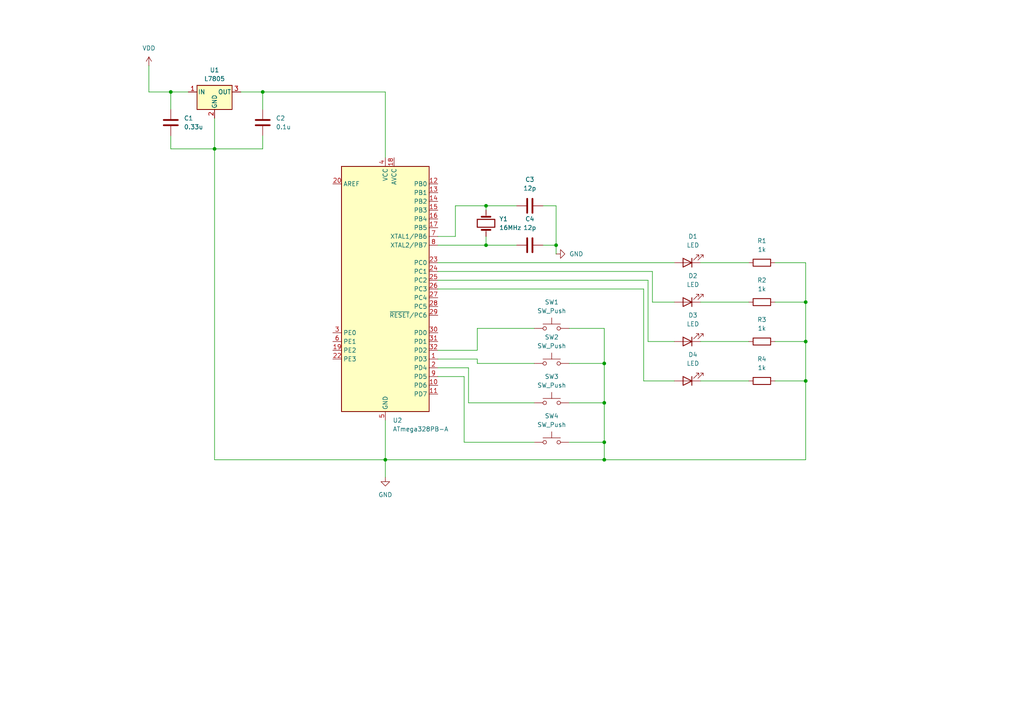
<source format=kicad_sch>
(kicad_sch (version 20250114) (generator "eeschema") (generator_version "9.0")
  (paper "A4")
  (lib_symbols
    (symbol "Device:C" (pin_numbers (hide yes)) (pin_names (offset 0.254))
      (property "Reference" "C" (at 0.635 2.54 0))
      (property "Value" "C" (at 0.635 -2.54 0))
      (symbol "C_0_1"
        (polyline (pts (xy -2.032 0.762) (xy 2.032 0.762)) (stroke (width 0.508)))
        (polyline (pts (xy -2.032 -0.762) (xy 2.032 -0.762)) (stroke (width 0.508)))
      )
      (symbol "C_1_1"
        (pin passive line (at 0 3.81 270) (length 2.794) (name "~") (number "1"))
        (pin passive line (at 0 -3.81 90) (length 2.794) (name "~") (number "2"))
      )
    )
    (symbol "Device:Crystal" (pin_numbers (hide yes)) (pin_names (offset 1.016) (hide yes))
      (property "Reference" "Y" (at 0 3.81 0))
      (property "Value" "Crystal" (at 0 -3.81 0))
      (symbol "Crystal_0_1"
        (polyline (pts (xy -2.54 0) (xy -1.905 0)))
        (polyline (pts (xy -1.905 -1.27) (xy -1.905 1.27)) (stroke (width 0.508)))
        (rectangle (start -1.143 2.54) (end 1.143 -2.54) (stroke (width 0.3048)))
        (polyline (pts (xy 1.905 -1.27) (xy 1.905 1.27)) (stroke (width 0.508)))
        (polyline (pts (xy 2.54 0) (xy 1.905 0)))
      )
      (symbol "Crystal_1_1"
        (pin passive line (at -3.81 0 0) (length 1.27) (name "1") (number "1"))
        (pin passive line (at 3.81 0 180) (length 1.27) (name "2") (number "2"))
      )
    )
    (symbol "Device:LED" (pin_numbers (hide yes)) (pin_names (offset 1.016) (hide yes))
      (property "Reference" "D" (at 0 2.54 0))
      (property "Value" "LED" (at 0 -2.54 0))
      (symbol "LED_0_1"
        (polyline (pts (xy -3.048 -0.762) (xy -4.572 -2.286) (xy -3.81 -2.286) (xy -4.572 -2.286) (xy -4.572 -1.524)))
        (polyline (pts (xy -1.778 -0.762) (xy -3.302 -2.286) (xy -2.54 -2.286) (xy -3.302 -2.286) (xy -3.302 -1.524)))
        (polyline (pts (xy -1.27 0) (xy 1.27 0)))
        (polyline (pts (xy -1.27 -1.27) (xy -1.27 1.27)) (stroke (width 0.254)))
        (polyline (pts (xy 1.27 -1.27) (xy 1.27 1.27) (xy -1.27 0) (xy 1.27 -1.27)) (stroke (width 0.254)))
      )
      (symbol "LED_1_1"
        (pin passive line (at -3.81 0 0) (length 2.54) (name "K") (number "1"))
        (pin passive line (at 3.81 0 180) (length 2.54) (name "A") (number "2"))
      )
    )
    (symbol "Device:R" (pin_numbers (hide yes)) (pin_names (offset 0))
      (property "Reference" "R" (at 2.032 0 90))
      (property "Value" "R" (at 0 0 90))
      (symbol "R_0_1"
        (rectangle (start -1.016 -2.54) (end 1.016 2.54) (stroke (width 0.254)))
      )
      (symbol "R_1_1"
        (pin passive line (at 0 3.81 270) (length 1.27) (name "~") (number "1"))
        (pin passive line (at 0 -3.81 90) (length 1.27) (name "~") (number "2"))
      )
    )
    (symbol "MCU_Microchip_ATmega:ATmega328PB-A"
      (property "Reference" "U" (at -12.7 36.83 0))
      (property "Value" "ATmega328PB-A" (at 2.54 -36.83 0))
      (symbol "ATmega328PB-A_0_1"
        (rectangle (start -12.7 -35.56) (end 12.7 35.56) (stroke (width 0.254)) (fill (type background)))
      )
      (symbol "ATmega328PB-A_1_1"
        (pin passive line (at -15.24 30.48 0) (length 2.54) (name "AREF") (number "20"))
        (pin bidirectional line (at -15.24 -12.7 0) (length 2.54) (name "PE0") (number "3"))
        (pin bidirectional line (at -15.24 -15.24 0) (length 2.54) (name "PE1") (number "6"))
        (pin bidirectional line (at -15.24 -17.78 0) (length 2.54) (name "PE2") (number "19"))
        (pin bidirectional line (at -15.24 -20.32 0) (length 2.54) (name "PE3") (number "22"))
        (pin power_in line (at 0 38.1 270) (length 2.54) (name "VCC") (number "4"))
        (pin passive line (at 0 -38.1 90) (length 2.54) (hide yes) (name "GND") (number "21"))
        (pin power_in line (at 0 -38.1 90) (length 2.54) (name "GND") (number "5"))
        (pin power_in line (at 2.54 38.1 270) (length 2.54) (name "AVCC") (number "18"))
        (pin bidirectional line (at 15.24 30.48 180) (length 2.54) (name "PB0") (number "12"))
        (pin bidirectional line (at 15.24 27.94 180) (length 2.54) (name "PB1") (number "13"))
        (pin bidirectional line (at 15.24 25.4 180) (length 2.54) (name "PB2") (number "14"))
        (pin bidirectional line (at 15.24 22.86 180) (length 2.54) (name "PB3") (number "15"))
        (pin bidirectional line (at 15.24 20.32 180) (length 2.54) (name "PB4") (number "16"))
        (pin bidirectional line (at 15.24 17.78 180) (length 2.54) (name "PB5") (number "17"))
        (pin bidirectional line (at 15.24 15.24 180) (length 2.54) (name "XTAL1/PB6") (number "7"))
        (pin bidirectional line (at 15.24 12.7 180) (length 2.54) (name "XTAL2/PB7") (number "8"))
        (pin bidirectional line (at 15.24 7.62 180) (length 2.54) (name "PC0") (number "23"))
        (pin bidirectional line (at 15.24 5.08 180) (length 2.54) (name "PC1") (number "24"))
        (pin bidirectional line (at 15.24 2.54 180) (length 2.54) (name "PC2") (number "25"))
        (pin bidirectional line (at 15.24 0 180) (length 2.54) (name "PC3") (number "26"))
        (pin bidirectional line (at 15.24 -2.54 180) (length 2.54) (name "PC4") (number "27"))
        (pin bidirectional line (at 15.24 -5.08 180) (length 2.54) (name "PC5") (number "28"))
        (pin bidirectional line (at 15.24 -7.62 180) (length 2.54) (name "~{RESET}/PC6") (number "29"))
        (pin bidirectional line (at 15.24 -12.7 180) (length 2.54) (name "PD0") (number "30"))
        (pin bidirectional line (at 15.24 -15.24 180) (length 2.54) (name "PD1") (number "31"))
        (pin bidirectional line (at 15.24 -17.78 180) (length 2.54) (name "PD2") (number "32"))
        (pin bidirectional line (at 15.24 -20.32 180) (length 2.54) (name "PD3") (number "1"))
        (pin bidirectional line (at 15.24 -22.86 180) (length 2.54) (name "PD4") (number "2"))
        (pin bidirectional line (at 15.24 -25.4 180) (length 2.54) (name "PD5") (number "9"))
        (pin bidirectional line (at 15.24 -27.94 180) (length 2.54) (name "PD6") (number "10"))
        (pin bidirectional line (at 15.24 -30.48 180) (length 2.54) (name "PD7") (number "11"))
      )
    )
    (symbol "Regulator_Linear:L7805" (pin_names (offset 0.254))
      (property "Reference" "U" (at -3.81 3.175 0))
      (property "Value" "L7805" (at 0 3.175 0))
      (symbol "L7805_0_1"
        (rectangle (start -5.08 1.905) (end 5.08 -5.08) (stroke (width 0.254)) (fill (type background)))
      )
      (symbol "L7805_1_1"
        (pin power_in line (at -7.62 0 0) (length 2.54) (name "IN") (number "1"))
        (pin power_in line (at 0 -7.62 90) (length 2.54) (name "GND") (number "2"))
        (pin power_out line (at 7.62 0 180) (length 2.54) (name "OUT") (number "3"))
      )
    )
    (symbol "Switch:SW_Push" (pin_numbers (hide yes)) (pin_names (offset 1.016) (hide yes))
      (property "Reference" "SW" (at 1.27 2.54 0))
      (property "Value" "SW_Push" (at 0 -1.524 0))
      (symbol "SW_Push_0_1"
        (circle (center -2.032 0) (radius 0.508))
        (polyline (pts (xy 0 1.27) (xy 0 3.048)))
        (circle (center 2.032 0) (radius 0.508))
        (polyline (pts (xy 2.54 1.27) (xy -2.54 1.27)))
        (pin passive line (at -5.08 0 0) (length 2.54) (name "1") (number "1"))
        (pin passive line (at 5.08 0 180) (length 2.54) (name "2") (number "2"))
      )
    )
    (symbol "power:GND" (power) (pin_numbers (hide yes)) (pin_names (offset 0) (hide yes))
      (property "Value" "GND" (at 0 -3.81 0))
      (symbol "GND_0_1"
        (polyline (pts (xy 0 0) (xy 0 -1.27) (xy 1.27 -1.27) (xy 0 -2.54) (xy -1.27 -1.27) (xy 0 -1.27)))
      )
      (symbol "GND_1_1"
        (pin power_in line (at 0 0 270) (length 0) (name "~") (number "1"))
      )
    )
    (symbol "power:VCC" (power) (pin_numbers (hide yes)) (pin_names (offset 0) (hide yes))
      (property "Value" "VCC" (at 0 3.556 0))
      (symbol "VCC_0_1"
        (polyline (pts (xy -0.762 1.27) (xy 0 2.54)))
        (polyline (pts (xy 0 2.54) (xy 0.762 1.27)))
        (polyline (pts (xy 0 0) (xy 0 2.54)))
      )
      (symbol "VCC_1_1"
        (pin power_in line (at 0 0 90) (length 0) (name "~") (number "1"))
      )
    )
  )
  (junction (at 140.97 59.69))
  (junction (at 76.2 26.67))
  (junction (at 111.76 133.35))
  (junction (at 233.68 110.49))
  (junction (at 161.29 71.12))
  (junction (at 175.26 116.84))
  (junction (at 175.26 128.27))
  (junction (at 62.23 43.18))
  (junction (at 140.97 71.12))
  (junction (at 175.26 133.35))
  (junction (at 233.68 87.63))
  (junction (at 233.68 99.06))
  (junction (at 49.53 26.67))
  (junction (at 175.26 105.41))
  (wire (pts (xy 127 76.2) (xy 195.58 76.2)))
  (wire (pts (xy 135.89 116.84) (xy 135.89 106.68)))
  (wire (pts (xy 140.97 68.58) (xy 140.97 71.12)))
  (wire (pts (xy 140.97 59.69) (xy 140.97 60.96)))
  (wire (pts (xy 175.26 128.27) (xy 175.26 116.84)))
  (wire (pts (xy 189.23 87.63) (xy 195.58 87.63)))
  (wire (pts (xy 134.62 128.27) (xy 134.62 109.22)))
  (wire (pts (xy 69.85 26.67) (xy 76.2 26.67)))
  (wire (pts (xy 175.26 133.35) (xy 175.26 128.27)))
  (wire (pts (xy 154.94 128.27) (xy 134.62 128.27)))
  (wire (pts (xy 233.68 99.06) (xy 233.68 110.49)))
  (wire (pts (xy 161.29 71.12) (xy 161.29 73.66)))
  (wire (pts (xy 127 68.58) (xy 132.08 68.58)))
  (wire (pts (xy 186.69 83.82) (xy 186.69 110.49)))
  (wire (pts (xy 138.43 105.41) (xy 138.43 104.14)))
  (wire (pts (xy 49.53 39.37) (xy 49.53 43.18)))
  (wire (pts (xy 132.08 59.69) (xy 140.97 59.69)))
  (wire (pts (xy 233.68 87.63) (xy 233.68 99.06)))
  (wire (pts (xy 132.08 68.58) (xy 132.08 59.69)))
  (wire (pts (xy 111.76 121.92) (xy 111.76 133.35)))
  (wire (pts (xy 203.2 76.2) (xy 217.17 76.2)))
  (wire (pts (xy 138.43 101.6) (xy 127 101.6)))
  (wire (pts (xy 161.29 59.69) (xy 161.29 71.12)))
  (wire (pts (xy 76.2 39.37) (xy 76.2 43.18)))
  (wire (pts (xy 62.23 43.18) (xy 76.2 43.18)))
  (wire (pts (xy 157.48 71.12) (xy 161.29 71.12)))
  (wire (pts (xy 224.79 110.49) (xy 233.68 110.49)))
  (wire (pts (xy 203.2 99.06) (xy 217.17 99.06)))
  (wire (pts (xy 76.2 26.67) (xy 76.2 31.75)))
  (wire (pts (xy 233.68 110.49) (xy 233.68 133.35)))
  (wire (pts (xy 203.2 110.49) (xy 217.17 110.49)))
  (wire (pts (xy 187.96 81.28) (xy 187.96 99.06)))
  (wire (pts (xy 165.1 116.84) (xy 175.26 116.84)))
  (wire (pts (xy 127 71.12) (xy 140.97 71.12)))
  (wire (pts (xy 62.23 34.29) (xy 62.23 43.18)))
  (wire (pts (xy 111.76 26.67) (xy 111.76 45.72)))
  (wire (pts (xy 62.23 133.35) (xy 111.76 133.35)))
  (wire (pts (xy 135.89 106.68) (xy 127 106.68)))
  (wire (pts (xy 157.48 59.69) (xy 161.29 59.69)))
  (wire (pts (xy 189.23 78.74) (xy 189.23 87.63)))
  (wire (pts (xy 138.43 104.14) (xy 127 104.14)))
  (wire (pts (xy 233.68 133.35) (xy 175.26 133.35)))
  (wire (pts (xy 127 83.82) (xy 186.69 83.82)))
  (wire (pts (xy 203.2 87.63) (xy 217.17 87.63)))
  (wire (pts (xy 186.69 110.49) (xy 195.58 110.49)))
  (wire (pts (xy 54.61 26.67) (xy 49.53 26.67)))
  (wire (pts (xy 165.1 128.27) (xy 175.26 128.27)))
  (wire (pts (xy 135.89 116.84) (xy 154.94 116.84)))
  (wire (pts (xy 49.53 26.67) (xy 49.53 31.75)))
  (wire (pts (xy 224.79 76.2) (xy 233.68 76.2)))
  (wire (pts (xy 76.2 26.67) (xy 111.76 26.67)))
  (wire (pts (xy 49.53 26.67) (xy 43.18 26.67)))
  (wire (pts (xy 175.26 116.84) (xy 175.26 105.41)))
  (wire (pts (xy 149.86 71.12) (xy 140.97 71.12)))
  (wire (pts (xy 140.97 59.69) (xy 149.86 59.69)))
  (wire (pts (xy 224.79 87.63) (xy 233.68 87.63)))
  (wire (pts (xy 138.43 95.25) (xy 138.43 101.6)))
  (wire (pts (xy 127 109.22) (xy 134.62 109.22)))
  (wire (pts (xy 111.76 133.35) (xy 111.76 138.43)))
  (wire (pts (xy 175.26 105.41) (xy 175.26 95.25)))
  (wire (pts (xy 62.23 43.18) (xy 62.23 133.35)))
  (wire (pts (xy 233.68 76.2) (xy 233.68 87.63)))
  (wire (pts (xy 165.1 95.25) (xy 175.26 95.25)))
  (wire (pts (xy 187.96 99.06) (xy 195.58 99.06)))
  (wire (pts (xy 224.79 99.06) (xy 233.68 99.06)))
  (wire (pts (xy 111.76 133.35) (xy 175.26 133.35)))
  (wire (pts (xy 127 81.28) (xy 187.96 81.28)))
  (wire (pts (xy 127 78.74) (xy 189.23 78.74)))
  (wire (pts (xy 154.94 95.25) (xy 138.43 95.25)))
  (wire (pts (xy 43.18 26.67) (xy 43.18 19.05)))
  (wire (pts (xy 154.94 105.41) (xy 138.43 105.41)))
  (wire (pts (xy 165.1 105.41) (xy 175.26 105.41)))
  (wire (pts (xy 49.53 43.18) (xy 62.23 43.18)))
  (symbol (lib_id "Device:R") (at 220.98 76.2 90) (unit 1)
    (property "Reference" "R1" (at 220.98 69.85 90))
    (property "Value" "1k" (at 220.98 72.39 90))
    (property "Description" "Resistor" (effects (hide yes)))
  )
  (symbol (lib_id "Device:R") (at 220.98 99.06 90) (unit 1)
    (property "Reference" "R3" (at 220.98 92.71 90))
    (property "Value" "1k" (at 220.98 95.25 90))
    (property "Description" "Resistor" (effects (hide yes)))
  )
  (symbol (lib_id "Switch:SW_Push") (at 160.02 105.41 0) (unit 1)
    (property "Reference" "SW2" (at 160.02 97.79 0))
    (property "Value" "SW_Push" (at 160.02 100.33 0))
    (property "Description" "Push button switch, generic, two pins" (effects (hide yes)))
  )
  (symbol (lib_id "Switch:SW_Push") (at 160.02 116.84 0) (unit 1)
    (property "Reference" "SW3" (at 160.02 109.22 0))
    (property "Value" "SW_Push" (at 160.02 111.76 0))
    (property "Description" "Push button switch, generic, two pins" (effects (hide yes)))
  )
  (symbol (lib_id "Device:C") (at 49.53 35.56 0) (unit 1)
    (property "Reference" "C1" (at 53.34 34.2899 0) (effects (justify left)))
    (property "Value" "0.33u" (at 53.34 36.8299 0) (effects (justify left)))
    (property "Description" "Unpolarized capacitor" (effects (hide yes)))
  )
  (symbol (lib_id "power:GND") (at 161.29 73.66 90) (unit 1)
    (property "Reference" "#PWR03" (effects (hide yes)))
    (property "Value" "GND" (at 165.1 73.6599 90) (effects (justify right)))
    (property "Description" "Power symbol creates a global label with name \"GND\" , ground" (effects (hide yes)))
  )
  (symbol (lib_id "Regulator_Linear:L7805") (at 62.23 26.67 0) (unit 1)
    (property "Reference" "U1" (at 62.23 20.32 0))
    (property "Value" "L7805" (at 62.23 22.86 0))
    (property "Datasheet" "http://www.st.com/content/ccc/resource/technical/document/datasheet/41/4f/b3/b0/12/d4/47/88/CD00000444.pdf/files/CD00000444.pdf/jcr:content/translations/en.CD00000444.pdf" (effects (hide yes)))
    (property "Description" "Positive 1.5A 35V Linear Regulator, Fixed Output 5V, TO-220/TO-263/TO-252" (effects (hide yes)))
  )
  (symbol (lib_id "Device:C") (at 153.67 71.12 90) (unit 1)
    (property "Reference" "C4" (at 153.67 63.5 90))
    (property "Value" "12p" (at 153.67 66.04 90))
    (property "Description" "Unpolarized capacitor" (effects (hide yes)))
  )
  (symbol (lib_id "Device:R") (at 220.98 110.49 90) (unit 1)
    (property "Reference" "R4" (at 220.98 104.14 90))
    (property "Value" "1k" (at 220.98 106.68 90))
    (property "Description" "Resistor" (effects (hide yes)))
  )
  (symbol (lib_id "power:VCC") (at 43.18 19.05 0) (unit 1)
    (property "Reference" "#PWR02" (effects (hide yes)))
    (property "Value" "VDD" (at 43.18 13.97 0))
    (property "Description" "Power symbol creates a global label with name \"VCC\"" (effects (hide yes)))
  )
  (symbol (lib_id "Switch:SW_Push") (at 160.02 128.27 0) (unit 1)
    (property "Reference" "SW4" (at 160.02 120.65 0))
    (property "Value" "SW_Push" (at 160.02 123.19 0))
    (property "Description" "Push button switch, generic, two pins" (effects (hide yes)))
  )
  (symbol (lib_id "Device:LED") (at 199.39 99.06 180) (unit 1)
    (property "Reference" "D3" (at 200.9775 91.44 0))
    (property "Value" "LED" (at 200.9775 93.98 0))
    (property "Description" "Light emitting diode" (effects (hide yes)))
    (property "Sim.Pins" "1=K 2=A" (effects (hide yes)))
  )
  (symbol (lib_id "Device:Crystal") (at 140.97 64.77 90) (unit 1)
    (property "Reference" "Y1" (at 144.78 63.4999 90) (effects (justify right)))
    (property "Value" "16MHz" (at 144.78 66.0399 90) (effects (justify right)))
    (property "Description" "Two pin crystal" (effects (hide yes)))
  )
  (symbol (lib_id "power:GND") (at 111.76 138.43 0) (unit 1)
    (property "Reference" "#PWR01" (effects (hide yes)))
    (property "Value" "GND" (at 111.76 143.51 0))
    (property "Description" "Power symbol creates a global label with name \"GND\" , ground" (effects (hide yes)))
  )
  (symbol (lib_id "MCU_Microchip_ATmega:ATmega328PB-A") (at 111.76 83.82 0) (unit 1)
    (property "Reference" "U2" (at 113.9033 121.92 0) (effects (justify left)))
    (property "Value" "ATmega328PB-A" (at 113.9033 124.46 0) (effects (justify left)))
    (property "Footprint" "Package_QFP:TQFP-32_7x7mm_P0.8mm" (effects (hide yes)))
    (property "Datasheet" "http://ww1.microchip.com/downloads/en/DeviceDoc/40001906C.pdf" (effects (hide yes)))
    (property "Description" "20MHz, 32kB Flash, 2kB SRAM, 1kB EEPROM, TQFP-32" (effects (hide yes)))
  )
  (symbol (lib_id "Device:LED") (at 199.39 110.49 180) (unit 1)
    (property "Reference" "D4" (at 200.9775 102.87 0))
    (property "Value" "LED" (at 200.9775 105.41 0))
    (property "Description" "Light emitting diode" (effects (hide yes)))
    (property "Sim.Pins" "1=K 2=A" (effects (hide yes)))
  )
  (symbol (lib_id "Device:LED") (at 199.39 76.2 180) (unit 1)
    (property "Reference" "D1" (at 200.9775 68.58 0))
    (property "Value" "LED" (at 200.9775 71.12 0))
    (property "Description" "Light emitting diode" (effects (hide yes)))
    (property "Sim.Pins" "1=K 2=A" (effects (hide yes)))
  )
  (symbol (lib_id "Device:C") (at 76.2 35.56 0) (unit 1)
    (property "Reference" "C2" (at 80.01 34.2899 0) (effects (justify left)))
    (property "Value" "0.1u" (at 80.01 36.8299 0) (effects (justify left)))
    (property "Description" "Unpolarized capacitor" (effects (hide yes)))
  )
  (symbol (lib_id "Device:R") (at 220.98 87.63 90) (unit 1)
    (property "Reference" "R2" (at 220.98 81.28 90))
    (property "Value" "1k" (at 220.98 83.82 90))
    (property "Description" "Resistor" (effects (hide yes)))
  )
  (symbol (lib_id "Switch:SW_Push") (at 160.02 95.25 0) (unit 1)
    (property "Reference" "SW1" (at 160.02 87.63 0))
    (property "Value" "SW_Push" (at 160.02 90.17 0))
    (property "Description" "Push button switch, generic, two pins" (effects (hide yes)))
  )
  (symbol (lib_id "Device:C") (at 153.67 59.69 90) (unit 1)
    (property "Reference" "C3" (at 153.67 52.07 90))
    (property "Value" "12p" (at 153.67 54.61 90))
    (property "Description" "Unpolarized capacitor" (effects (hide yes)))
  )
  (symbol (lib_id "Device:LED") (at 199.39 87.63 180) (unit 1)
    (property "Reference" "D2" (at 200.9775 80.01 0))
    (property "Value" "LED" (at 200.9775 82.55 0))
    (property "Description" "Light emitting diode" (effects (hide yes)))
    (property "Sim.Pins" "1=K 2=A" (effects (hide yes)))
  )
)
</source>
